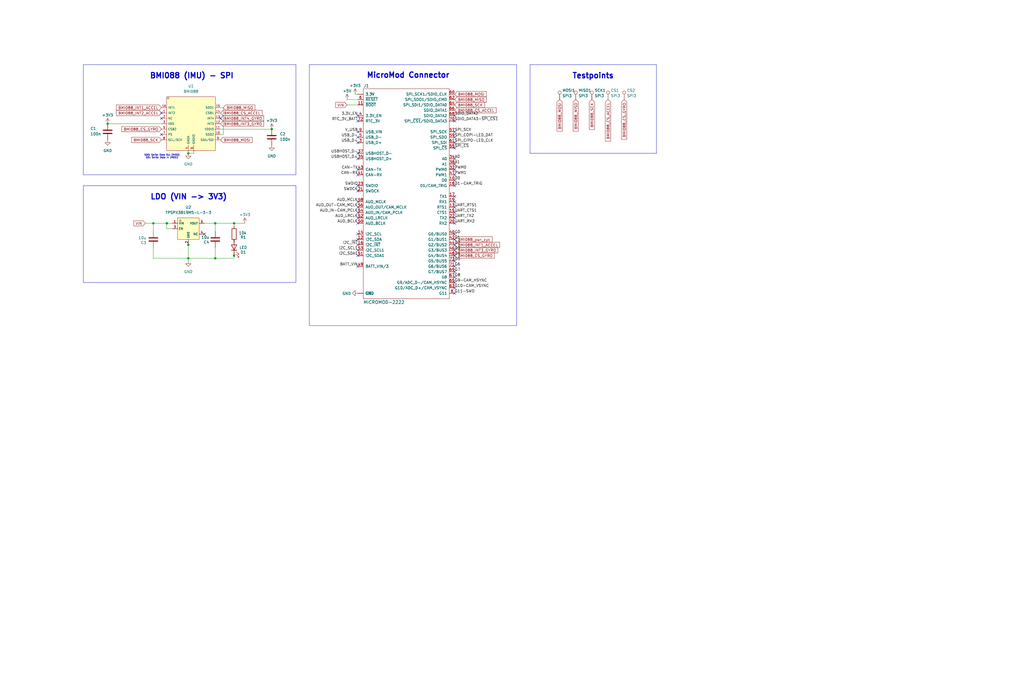
<source format=kicad_sch>
(kicad_sch (version 20250114) (generator "eeschema") (generator_version "9.0")
  (paper "User" 483.387 319.227)
  (lib_symbols
    (symbol "BMI088:BMI088"
      (property "Reference" "U" (at 0 1.27 0))
      (property "Value" "BMI088" (at 0 -2.54 0))
      (symbol "BMI088_0_1"
        (rectangle (start -11.43 12.7) (end 11.43 -12.7) (fill (type background)))
        (circle (center -10.795 12.065) (radius 0.381) (fill (type background)))
        (pin unspecified line (at -13.97 7.62 0) (length 2.54) (name "INT1") (number "16"))
        (pin unspecified line (at -13.97 5.08 0) (length 2.54) (name "INT2") (number "1"))
        (pin unspecified line (at -13.97 2.54 0) (length 2.54) (name "NC") (number "2"))
        (pin unspecified line (at -13.97 0 0) (length 2.54) (name "VDD") (number "3"))
        (pin unspecified line (at -13.97 -2.54 0) (length 2.54) (name "CSB2") (number "5"))
        (pin unspecified line (at -13.97 -5.08 0) (length 2.54) (name "PS") (number "7"))
        (pin unspecified line (at -13.97 -7.62 0) (length 2.54) (name "SCL/SCK") (number "8"))
        (pin unspecified line (at -1.27 -12.7 90) (length 2.54) (name "GNDA") (number "4"))
        (pin unspecified line (at 1.27 -12.7 90) (length 2.54) (name "GNDIO") (number "6"))
        (pin unspecified line (at 13.97 7.62 180) (length 2.54) (name "SDO1") (number "15"))
        (pin unspecified line (at 13.97 5.08 180) (length 2.54) (name "CSB1") (number "14"))
        (pin unspecified line (at 13.97 2.54 180) (length 2.54) (name "INT4") (number "13"))
        (pin unspecified line (at 13.97 0 180) (length 2.54) (name "INT3") (number "12"))
        (pin unspecified line (at 13.97 -2.54 180) (length 2.54) (name "VDDIO") (number "11"))
        (pin unspecified line (at 13.97 -5.08 180) (length 2.54) (name "SDO2") (number "10"))
        (pin unspecified line (at 13.97 -7.62 180) (length 2.54) (name "SDA/SDI") (number "9"))
      )
    )
    (symbol "Connector:TestPoint" (pin_numbers (hide yes)) (pin_names (offset 0.762) (hide yes))
      (property "Reference" "TP" (at 0 6.858 0))
      (property "Value" "TestPoint" (at 0 5.08 0))
      (symbol "TestPoint_0_1"
        (circle (center 0 3.302) (radius 0.762))
      )
      (symbol "TestPoint_1_1"
        (pin passive line (at 0 0 90) (length 2.54) (name "1") (number "1"))
      )
    )
    (symbol "Device:C" (pin_numbers (hide yes)) (pin_names (offset 0.254))
      (property "Reference" "C" (at 0.635 2.54 0))
      (property "Value" "C" (at 0.635 -2.54 0))
      (symbol "C_0_1"
        (polyline (pts (xy -2.032 0.762) (xy 2.032 0.762)) (stroke (width 0.508)))
        (polyline (pts (xy -2.032 -0.762) (xy 2.032 -0.762)) (stroke (width 0.508)))
      )
      (symbol "C_1_1"
        (pin passive line (at 0 3.81 270) (length 2.794) (name "~") (number "1"))
        (pin passive line (at 0 -3.81 90) (length 2.794) (name "~") (number "2"))
      )
    )
    (symbol "Device:LED" (pin_numbers (hide yes)) (pin_names (offset 1.016) (hide yes))
      (property "Reference" "D" (at 0 2.54 0))
      (property "Value" "LED" (at 0 -2.54 0))
      (symbol "LED_0_1"
        (polyline (pts (xy -3.048 -0.762) (xy -4.572 -2.286) (xy -3.81 -2.286) (xy -4.572 -2.286) (xy -4.572 -1.524)))
        (polyline (pts (xy -1.778 -0.762) (xy -3.302 -2.286) (xy -2.54 -2.286) (xy -3.302 -2.286) (xy -3.302 -1.524)))
        (polyline (pts (xy -1.27 0) (xy 1.27 0)))
        (polyline (pts (xy -1.27 -1.27) (xy -1.27 1.27)) (stroke (width 0.254)))
        (polyline (pts (xy 1.27 -1.27) (xy 1.27 1.27) (xy -1.27 0) (xy 1.27 -1.27)) (stroke (width 0.254)))
      )
      (symbol "LED_1_1"
        (pin passive line (at -3.81 0 0) (length 2.54) (name "K") (number "1"))
        (pin passive line (at 3.81 0 180) (length 2.54) (name "A") (number "2"))
      )
    )
    (symbol "Device:R" (pin_numbers (hide yes)) (pin_names (offset 0))
      (property "Reference" "R" (at 2.032 0 90))
      (property "Value" "R" (at 0 0 90))
      (symbol "R_0_1"
        (rectangle (start -1.016 -2.54) (end 1.016 2.54) (stroke (width 0.254)))
      )
      (symbol "R_1_1"
        (pin passive line (at 0 3.81 270) (length 1.27) (name "~") (number "1"))
        (pin passive line (at 0 -3.81 90) (length 1.27) (name "~") (number "2"))
      )
    )
    (symbol "MicroMod_Processor_Board_(2):MICROMOD-2222" (pin_names (offset 1.016))
      (property "Reference" "J" (at -20.32 53.848 0))
      (property "Value" "MICROMOD-2222" (at -20.32 -48.26 0))
      (symbol "MICROMOD-2222_1_0"
        (polyline (pts (xy -20.32 53.34) (xy 20.32 53.34)))
        (polyline (pts (xy -20.32 -45.72) (xy -20.32 53.34)))
        (polyline (pts (xy 20.32 53.34) (xy 20.32 -45.72)))
        (polyline (pts (xy 20.32 -45.72) (xy -20.32 -45.72)))
        (pin bidirectional line (at -22.86 50.8 0) (length 2.54) (name "3.3V") (number "2"))
        (pin bidirectional line (at -22.86 50.8 0) (length 2.54) (name "3.3V") (number "74"))
        (pin bidirectional line (at -22.86 48.26 0) (length 2.54) (name "~{RESET}") (number "6"))
        (pin bidirectional line (at -22.86 45.72 0) (length 2.54) (name "~{BOOT}") (number "11"))
        (pin bidirectional line (at -22.86 40.64 0) (length 2.54) (name "3.3V_EN") (number "4"))
        (pin bidirectional line (at -22.86 38.1 0) (length 2.54) (name "RTC_3V") (number "72"))
        (pin bidirectional line (at -22.86 33.02 0) (length 2.54) (name "USB_VIN") (number "9"))
        (pin bidirectional line (at -22.86 30.48 0) (length 2.54) (name "USB_D-") (number "5"))
        (pin bidirectional line (at -22.86 27.94 0) (length 2.54) (name "USB_D+") (number "3"))
        (pin bidirectional line (at -22.86 22.86 0) (length 2.54) (name "USBHOST_D-") (number "37"))
        (pin bidirectional line (at -22.86 20.32 0) (length 2.54) (name "USBHOST_D+") (number "35"))
        (pin bidirectional line (at -22.86 15.24 0) (length 2.54) (name "CAN-TX") (number "43"))
        (pin bidirectional line (at -22.86 12.7 0) (length 2.54) (name "CAN-RX") (number "41"))
        (pin bidirectional line (at -22.86 7.62 0) (length 2.54) (name "SWDIO") (number "23"))
        (pin bidirectional line (at -22.86 5.08 0) (length 2.54) (name "SWDCK") (number "21"))
        (pin bidirectional line (at -22.86 0 0) (length 2.54) (name "AUD_MCLK") (number "58"))
        (pin bidirectional line (at -22.86 -2.54 0) (length 2.54) (name "AUD_OUT/CAM_MCLK") (number "56"))
        (pin bidirectional line (at -22.86 -5.08 0) (length 2.54) (name "AUD_IN/CAM_PCLK") (number "54"))
        (pin bidirectional line (at -22.86 -7.62 0) (length 2.54) (name "AUD_LRCLK") (number "52"))
        (pin bidirectional line (at -22.86 -10.16 0) (length 2.54) (name "AUD_BCLK") (number "50"))
        (pin bidirectional line (at -22.86 -15.24 0) (length 2.54) (name "I2C_SCL") (number "14"))
        (pin bidirectional line (at -22.86 -17.78 0) (length 2.54) (name "I2C_SDA") (number "12"))
        (pin bidirectional line (at -22.86 -20.32 0) (length 2.54) (name "I2C_~{INT}") (number "16"))
        (pin bidirectional line (at -22.86 -22.86 0) (length 2.54) (name "I2C_SCL1") (number "53"))
        (pin bidirectional line (at -22.86 -25.4 0) (length 2.54) (name "I2C_SDA1") (number "51"))
        (pin bidirectional line (at -22.86 -30.48 0) (length 2.54) (name "BATT_VIN/3") (number "49"))
        (pin bidirectional line (at -22.86 -43.18 0) (length 2.54) (name "GND") (number "1"))
        (pin bidirectional line (at -22.86 -43.18 0) (length 2.54) (name "GND") (number "33"))
        (pin bidirectional line (at -22.86 -43.18 0) (length 2.54) (name "GND") (number "36"))
        (pin bidirectional line (at -22.86 -43.18 0) (length 2.54) (name "GND") (number "39"))
        (pin bidirectional line (at -22.86 -43.18 0) (length 2.54) (name "GND") (number "45"))
        (pin bidirectional line (at -22.86 -43.18 0) (length 2.54) (name "GND") (number "7"))
        (pin bidirectional line (at -22.86 -43.18 0) (length 2.54) (name "GND") (number "75"))
        (pin bidirectional line (at -22.86 -43.18 0) (length 2.54) (name "GND") (number "GND1"))
        (pin bidirectional line (at -22.86 -43.18 0) (length 2.54) (name "GND") (number "GND2"))
        (pin bidirectional line (at -22.86 -43.18 0) (length 2.54) (name "GND") (number "GND3"))
        (pin bidirectional line (at 22.86 50.8 180) (length 2.54) (name "SPI_SCK1/SDIO_CLK") (number "60"))
        (pin bidirectional line (at 22.86 48.26 180) (length 2.54) (name "SPI_SDO1/SDIO_CMD") (number "62"))
        (pin bidirectional line (at 22.86 45.72 180) (length 2.54) (name "SPI_SDI1/SDIO_DATA0") (number "64"))
        (pin bidirectional line (at 22.86 43.18 180) (length 2.54) (name "SDIO_DATA1") (number "66"))
        (pin bidirectional line (at 22.86 40.64 180) (length 2.54) (name "SDIO_DATA2") (number "68"))
        (pin bidirectional line (at 22.86 38.1 180) (length 2.54) (name "SPI_~{CS1}/SDIO_DATA3") (number "70"))
        (pin bidirectional line (at 22.86 33.02 180) (length 2.54) (name "SPI_SCK") (number "57"))
        (pin bidirectional line (at 22.86 30.48 180) (length 2.54) (name "SPI_SDO") (number "59"))
        (pin bidirectional line (at 22.86 27.94 180) (length 2.54) (name "SPI_SDI") (number "61"))
        (pin bidirectional line (at 22.86 25.4 180) (length 2.54) (name "SPI_~{CS}") (number "55"))
        (pin bidirectional line (at 22.86 20.32 180) (length 2.54) (name "A0") (number "34"))
        (pin bidirectional line (at 22.86 17.78 180) (length 2.54) (name "A1") (number "38"))
        (pin bidirectional line (at 22.86 15.24 180) (length 2.54) (name "PWM0") (number "32"))
        (pin bidirectional line (at 22.86 12.7 180) (length 2.54) (name "PWM1") (number "47"))
        (pin bidirectional line (at 22.86 10.16 180) (length 2.54) (name "D0") (number "10"))
        (pin bidirectional line (at 22.86 7.62 180) (length 2.54) (name "D1/CAM_TRIG") (number "18"))
        (pin bidirectional line (at 22.86 2.54 180) (length 2.54) (name "TX1") (number "17"))
        (pin bidirectional line (at 22.86 0 180) (length 2.54) (name "RX1") (number "19"))
        (pin bidirectional line (at 22.86 -2.54 180) (length 2.54) (name "RTS1") (number "13"))
        (pin bidirectional line (at 22.86 -5.08 180) (length 2.54) (name "CTS1") (number "15"))
        (pin bidirectional line (at 22.86 -7.62 180) (length 2.54) (name "TX2") (number "22"))
        (pin bidirectional line (at 22.86 -10.16 180) (length 2.54) (name "RX2") (number "20"))
        (pin bidirectional line (at 22.86 -15.24 180) (length 2.54) (name "G0/BUS0") (number "40"))
        (pin bidirectional line (at 22.86 -17.78 180) (length 2.54) (name "G1/BUS1") (number "42"))
        (pin bidirectional line (at 22.86 -20.32 180) (length 2.54) (name "G2/BUS2") (number "44"))
        (pin bidirectional line (at 22.86 -22.86 180) (length 2.54) (name "G3/BUS3") (number "46"))
        (pin bidirectional line (at 22.86 -25.4 180) (length 2.54) (name "G4/BUS4") (number "48"))
        (pin bidirectional line (at 22.86 -27.94 180) (length 2.54) (name "G5/BUS5") (number "73"))
        (pin bidirectional line (at 22.86 -30.48 180) (length 2.54) (name "G6/BUS6") (number "71"))
        (pin bidirectional line (at 22.86 -33.02 180) (length 2.54) (name "G7/BUS7") (number "69"))
        (pin bidirectional line (at 22.86 -35.56 180) (length 2.54) (name "G8") (number "67"))
        (pin bidirectional line (at 22.86 -38.1 180) (length 2.54) (name "G9/ADC_D-/CAM_HSYNC") (number "65"))
        (pin bidirectional line (at 22.86 -40.64 180) (length 2.54) (name "G10/ADC_D+/CAM_VSYNC") (number "63"))
        (pin bidirectional line (at 22.86 -43.18 180) (length 2.54) (name "G11") (number "8"))
      )
    )
    (symbol "TPSPX3819M5-L-3-3_1"
      (property "Reference" "U" (at 2.54 1.27 0))
      (property "Value" "TPSPX3819M5-L-3-3" (at 2.54 -2.54 0))
      (symbol "TPSPX3819M5-L-3-3_1_0_1"
        (rectangle (start -5.08 5.08) (end 5.08 -5.08) (fill (type background)))
        (circle (center -3.81 3.81) (radius 0.381) (fill (type background)))
        (pin unspecified line (at -7.62 2.54 0) (length 2.54) (name "VIN") (number "1"))
        (pin unspecified line (at -7.62 0 0) (length 2.54) (name "EN") (number "3"))
        (pin unspecified line (at 0 -7.62 90) (length 2.54) (name "GND") (number "2"))
        (pin unspecified line (at 7.62 2.54 180) (length 2.54) (name "VOUT") (number "5"))
        (pin unspecified line (at 7.62 -2.54 180) (length 2.54) (name "NC") (number "4"))
      )
    )
    (symbol "power:+3V3" (power) (pin_numbers (hide yes)) (pin_names (offset 0) (hide yes))
      (property "Value" "+3V3" (at 0 3.556 0))
      (symbol "+3V3_0_1"
        (polyline (pts (xy -0.762 1.27) (xy 0 2.54)))
        (polyline (pts (xy 0 2.54) (xy 0.762 1.27)))
        (polyline (pts (xy 0 0) (xy 0 2.54)))
      )
      (symbol "+3V3_1_1"
        (pin power_in line (at 0 0 90) (length 0) (name "~") (number "1"))
      )
    )
    (symbol "power:GND" (power) (pin_numbers (hide yes)) (pin_names (offset 0) (hide yes))
      (property "Value" "GND" (at 0 -3.81 0))
      (symbol "GND_0_1"
        (polyline (pts (xy 0 0) (xy 0 -1.27) (xy 1.27 -1.27) (xy 0 -2.54) (xy -1.27 -1.27) (xy 0 -1.27)))
      )
      (symbol "GND_1_1"
        (pin power_in line (at 0 0 270) (length 0) (name "~") (number "1"))
      )
    )
  )
  (rectangle (start 146.05 30.48) (end 243.84 153.67))
  (rectangle (start 39.37 87.63) (end 139.7 133.35))
  (rectangle (start 39.37 30.48) (end 139.7 82.55))
  (rectangle (start 250.19 30.48) (end 309.88 72.39))
  (text "Testpoints" (at 270.002 37.338 0) (effects (font (size 2.54 2.54) (thickness 0.508) (bold yes)) (justify left bottom)))
  (text "BMI088 (IMU) - SPI" (at 70.612 37.338 0) (effects (font (size 2.54 2.54) (thickness 0.508) (bold yes)) (justify left bottom)))
  (text "SDO: Serial Data Out (MISO)\nSDI: Serial Data In (MOSI)" (at 76.454 73.914 0) (effects (font (size 0.762 0.762))))
  (text "MicroMod Connector" (at 172.974 37.084 0) (effects (font (size 2.54 2.54) (thickness 0.508) (bold yes)) (justify left bottom)))
  (text "LDO (VIN -> 3V3)" (at 70.866 94.488 0) (effects (font (size 2.54 2.54) (thickness 0.508) (bold yes)) (justify left bottom)))
  (junction (at 50.8 58.42))
  (junction (at 128.27 60.96))
  (junction (at 110.49 120.65))
  (junction (at 110.49 105.41))
  (junction (at 101.6 105.41))
  (junction (at 88.9 121.92))
  (junction (at 88.9 72.39))
  (junction (at 88.9 115.57))
  (junction (at 78.74 105.41))
  (junction (at 72.39 105.41))
  (junction (at 101.6 121.92))
  (no_connect (at 214.63 135.89))
  (no_connect (at 168.91 72.39))
  (no_connect (at 214.63 100.33))
  (no_connect (at 214.63 74.93))
  (no_connect (at 214.63 69.85))
  (no_connect (at 76.2 63.5))
  (no_connect (at 214.63 133.35))
  (no_connect (at 168.91 90.17))
  (no_connect (at 168.91 62.23))
  (no_connect (at 214.63 113.03))
  (no_connect (at 168.91 110.49))
  (no_connect (at 214.63 138.43))
  (no_connect (at 214.63 102.87))
  (no_connect (at 96.52 110.49))
  (no_connect (at 214.63 97.79))
  (no_connect (at 214.63 54.61))
  (no_connect (at 168.91 100.33))
  (no_connect (at 214.63 125.73))
  (no_connect (at 168.91 74.93))
  (no_connect (at 168.91 125.73))
  (no_connect (at 168.91 64.77))
  (no_connect (at 168.91 54.61))
  (no_connect (at 168.91 102.87))
  (no_connect (at 214.63 115.57))
  (no_connect (at 214.63 130.81))
  (no_connect (at 214.63 123.19))
  (no_connect (at 214.63 87.63))
  (no_connect (at 214.63 128.27))
  (no_connect (at 214.63 105.41))
  (no_connect (at 214.63 82.55))
  (no_connect (at 214.63 57.15))
  (no_connect (at 168.91 118.11))
  (no_connect (at 214.63 67.31))
  (no_connect (at 168.91 57.15))
  (no_connect (at 168.91 120.65))
  (no_connect (at 214.63 85.09))
  (no_connect (at 168.91 105.41))
  (no_connect (at 214.63 95.25))
  (no_connect (at 214.63 110.49))
  (no_connect (at 214.63 77.47))
  (no_connect (at 76.2 55.88))
  (no_connect (at 168.91 87.63))
  (no_connect (at 168.91 80.01))
  (no_connect (at 214.63 80.01))
  (no_connect (at 76.2 53.34))
  (no_connect (at 214.63 64.77))
  (no_connect (at 104.14 55.88))
  (no_connect (at 214.63 92.71))
  (no_connect (at 214.63 120.65))
  (no_connect (at 168.91 113.03))
  (no_connect (at 214.63 118.11))
  (no_connect (at 168.91 97.79))
  (no_connect (at 168.91 115.57))
  (no_connect (at 168.91 67.31))
  (no_connect (at 168.91 82.55))
  (no_connect (at 168.91 95.25))
  (no_connect (at 214.63 62.23))
  (wire (pts (xy 105.41 50.8) (xy 104.14 50.8)))
  (wire (pts (xy 110.49 105.41) (xy 101.6 105.41)))
  (wire (pts (xy 91.44 71.12) (xy 91.44 72.39)))
  (wire (pts (xy 72.39 121.92) (xy 88.9 121.92)))
  (wire (pts (xy 105.41 63.5) (xy 105.41 50.8)))
  (wire (pts (xy 167.64 44.45) (xy 168.91 44.45)))
  (wire (pts (xy 72.39 105.41) (xy 78.74 105.41)))
  (wire (pts (xy 105.41 63.5) (xy 104.14 63.5)))
  (wire (pts (xy 101.6 121.92) (xy 88.9 121.92)))
  (wire (pts (xy 110.49 106.68) (xy 110.49 105.41)))
  (wire (pts (xy 72.39 109.22) (xy 72.39 105.41)))
  (wire (pts (xy 101.6 116.84) (xy 101.6 121.92)))
  (wire (pts (xy 88.9 115.57) (xy 88.9 121.92)))
  (wire (pts (xy 163.83 46.99) (xy 168.91 46.99)))
  (wire (pts (xy 88.9 114.3) (xy 88.9 115.57)))
  (wire (pts (xy 110.49 119.38) (xy 110.49 120.65)))
  (wire (pts (xy 78.74 107.95) (xy 78.74 105.41)))
  (wire (pts (xy 101.6 109.22) (xy 101.6 105.41)))
  (wire (pts (xy 104.14 60.96) (xy 128.27 60.96)))
  (wire (pts (xy 110.49 120.65) (xy 110.49 121.92)))
  (wire (pts (xy 163.83 49.53) (xy 168.91 49.53)))
  (wire (pts (xy 110.49 121.92) (xy 101.6 121.92)))
  (wire (pts (xy 81.28 107.95) (xy 78.74 107.95)))
  (wire (pts (xy 78.74 105.41) (xy 81.28 105.41)))
  (wire (pts (xy 88.9 123.19) (xy 88.9 121.92)))
  (wire (pts (xy 88.9 72.39) (xy 88.9 71.12)))
  (wire (pts (xy 110.49 113.03) (xy 110.49 114.3)))
  (wire (pts (xy 68.58 105.41) (xy 72.39 105.41)))
  (wire (pts (xy 91.44 72.39) (xy 88.9 72.39)))
  (wire (pts (xy 101.6 105.41) (xy 96.52 105.41)))
  (wire (pts (xy 72.39 116.84) (xy 72.39 121.92)))
  (wire (pts (xy 110.49 105.41) (xy 115.57 105.41)))
  (wire (pts (xy 50.8 58.42) (xy 76.2 58.42)))
  (label "SDIO_DATA2" (at 214.63 54.61 0))
  (label "I2C_SCL1" (at 168.91 118.11 180))
  (label "G11-SWO" (at 214.63 138.43 0))
  (label "SPI_COPI-LED_DAT" (at 214.63 64.77 0))
  (label "V_USB" (at 168.91 62.23 180))
  (label "G4" (at 214.63 120.65 0))
  (label "AUD_OUT-CAM_MCLK" (at 168.91 97.79 180))
  (label "UART_CTS1" (at 214.63 100.33 0))
  (label "G9-CAM_HSYNC" (at 214.63 133.35 0))
  (label "SPI_SCK" (at 214.63 62.23 0))
  (label "G5" (at 214.63 123.19 0))
  (label "G6" (at 214.63 125.73 0))
  (label "AUD_BCLK" (at 168.91 105.41 180))
  (label "D0" (at 214.63 85.09 0))
  (label "D1-CAM_TRIG" (at 214.63 87.63 0))
  (label "G1" (at 214.63 113.03 0))
  (label "3.3V_EN" (at 168.91 54.61 180))
  (label "SWDIO" (at 168.91 87.63 180))
  (label "~{SPI_CS}" (at 214.63 69.85 0))
  (label "CAN-RX" (at 168.91 82.55 180))
  (label "RTC_3V_BATT" (at 168.91 57.15 180))
  (label "G2" (at 214.63 115.57 0))
  (label "G8" (at 214.63 130.81 0))
  (label "SDIO_DATA3-~{SPI_CS1}" (at 214.63 57.15 0))
  (label "AUD_LRCLK" (at 168.91 102.87 180))
  (label "USB_D-" (at 168.91 64.77 180))
  (label "USBHOST_D-" (at 168.91 72.39 180))
  (label "G3" (at 214.63 118.11 0))
  (label "G7" (at 214.63 128.27 0))
  (label "I2C_SDA1" (at 168.91 120.65 180))
  (label "PWM0" (at 214.63 80.01 0))
  (label "AUD_MCLK" (at 168.91 95.25 180))
  (label "UART_RTS1" (at 214.63 97.79 0))
  (label "SWDCK" (at 168.91 90.17 180))
  (label "G10-CAM_VSYNC" (at 214.63 135.89 0))
  (label "I2C_~{INT}" (at 168.91 115.57 180))
  (label "A0" (at 214.63 74.93 0))
  (label "SPI_CIPO-LED_CLK" (at 214.63 67.31 0))
  (label "PWM1" (at 214.63 82.55 0))
  (label "BATT_VIN" (at 168.91 125.73 180))
  (label "USBHOST_D+" (at 168.91 74.93 180))
  (label "USB_D+" (at 168.91 67.31 180))
  (label "A1" (at 214.63 77.47 0))
  (label "CAN-TX" (at 168.91 80.01 180))
  (label "G0" (at 214.63 110.49 0))
  (label "UART_RX2" (at 214.63 105.41 0))
  (label "AUD_IN-CAM_PCLK" (at 168.91 100.33 180))
  (label "UART_TX2" (at 214.63 102.87 0))
  (global_label "BMI088_INT2_ACCEL" (shape input) (at 76.2 53.34 180) (property "Intersheetrefs" "${INTERSHEET_REFS}" (effects (hide yes))))
  (global_label "BMI088_pwr_cyc" (shape input) (at 214.63 113.03 0) (property "Intersheetrefs" "${INTERSHEET_REFS}" (effects (hide yes))))
  (global_label "BMI088_MOSI" (shape input) (at 214.63 44.45 0) (property "Intersheetrefs" "${INTERSHEET_REFS}" (effects (hide yes))))
  (global_label "BMI088_MISO" (shape input) (at 271.78 46.99 270) (property "Intersheetrefs" "${INTERSHEET_REFS}" (effects (hide yes))))
  (global_label "BMI088_SCK" (shape input) (at 279.4 46.99 270) (property "Intersheetrefs" "${INTERSHEET_REFS}" (effects (hide yes))))
  (global_label "BMI088_CS_GYRO" (shape input) (at 214.63 120.65 0) (property "Intersheetrefs" "${INTERSHEET_REFS}" (effects (hide yes))))
  (global_label "VIN" (shape input) (at 68.58 105.41 180) (property "Intersheetrefs" "${INTERSHEET_REFS}" (effects (hide yes))))
  (global_label "BMI088_CS_GYRO" (shape input) (at 76.2 60.96 180) (property "Intersheetrefs" "${INTERSHEET_REFS}" (effects (hide yes))))
  (global_label "BMI088_SCK" (shape input) (at 214.63 49.53 0) (property "Intersheetrefs" "${INTERSHEET_REFS}" (effects (hide yes))))
  (global_label "BMI088_CS_ACCEL" (shape input) (at 287.02 46.99 270) (property "Intersheetrefs" "${INTERSHEET_REFS}" (effects (hide yes))))
  (global_label "BMI088_INT3_GYRO" (shape input) (at 104.14 58.42 0) (property "Intersheetrefs" "${INTERSHEET_REFS}" (effects (hide yes))))
  (global_label "BMI088_MOSI" (shape input) (at 104.14 66.04 0) (property "Intersheetrefs" "${INTERSHEET_REFS}" (effects (hide yes))))
  (global_label "BMI088_CS_ACCEL" (shape input) (at 104.14 53.34 0) (property "Intersheetrefs" "${INTERSHEET_REFS}" (effects (hide yes))))
  (global_label "BMI088_SCK" (shape input) (at 76.2 66.04 180) (property "Intersheetrefs" "${INTERSHEET_REFS}" (effects (hide yes))))
  (global_label "BMI088_MISO" (shape input) (at 105.41 50.8 0) (property "Intersheetrefs" "${INTERSHEET_REFS}" (effects (hide yes))))
  (global_label "BMI088_INT4_GYRO" (shape input) (at 104.14 55.88 0) (property "Intersheetrefs" "${INTERSHEET_REFS}" (effects (hide yes))))
  (global_label "BMI088_INT3_GYRO" (shape input) (at 214.63 118.11 0) (property "Intersheetrefs" "${INTERSHEET_REFS}" (effects (hide yes))))
  (global_label "BMI088_MISO" (shape input) (at 214.63 46.99 0) (property "Intersheetrefs" "${INTERSHEET_REFS}" (effects (hide yes))))
  (global_label "BMI088_INT1_ACCEL" (shape input) (at 214.63 115.57 0) (property "Intersheetrefs" "${INTERSHEET_REFS}" (effects (hide yes))))
  (global_label "VIN" (shape input) (at 163.83 49.53 180) (property "Intersheetrefs" "${INTERSHEET_REFS}" (effects (hide yes))))
  (global_label "BMI088_CS_GYRO" (shape input) (at 294.64 46.99 270) (property "Intersheetrefs" "${INTERSHEET_REFS}" (effects (hide yes))))
  (global_label "BMI088_CS_ACCEL" (shape input) (at 214.63 52.07 0) (property "Intersheetrefs" "${INTERSHEET_REFS}" (effects (hide yes))))
  (global_label "BMI088_MOSI" (shape input) (at 264.16 46.99 270) (property "Intersheetrefs" "${INTERSHEET_REFS}" (effects (hide yes))))
  (global_label "BMI088_INT1_ACCEL" (shape input) (at 76.2 50.8 180) (property "Intersheetrefs" "${INTERSHEET_REFS}" (effects (hide yes))))
  (symbol (lib_id "MicroMod_Processor_Board_(2):MICROMOD-2222") (at 191.77 95.25 0) (unit 1)
    (property "Reference" "J1" (at 171.45 41.402 0) (effects (font (size 1.4986 1.4986)) (justify left bottom)))
    (property "Value" "MICROMOD-2222" (at 171.45 143.51 0) (effects (font (size 1.4986 1.4986)) (justify left bottom)))
    (property "Footprint" "SparkFun_MicroMod_ESP32:M.2-CARD-E-22" (effects (hide yes)))
  )
  (symbol (lib_id "power:GND") (at 168.91 138.43 270) (unit 1)
    (property "Reference" "#PWR0101" (effects (hide yes)))
    (property "Value" "GND" (at 165.6588 138.557 90) (effects (justify right)))
  )
  (symbol (lib_id "power:GND") (at 88.9 72.39 0) (unit 1)
    (property "Reference" "#PWR01" (effects (hide yes)))
    (property "Value" "GND" (at 88.9 77.47 0))
    (property "Description" "Power symbol creates a global label with name \"GND\" , ground" (effects (hide yes)))
  )
  (symbol (lib_id "Device:C") (at 101.6 113.03 0) (unit 1)
    (property "Reference" "C4" (at 98.806 114.3 0) (effects (justify right)))
    (property "Value" "10u" (at 98.806 112.014 0) (effects (justify right)))
    (property "Footprint" "Capacitor_SMD:C_1206_3216Metric" (effects (hide yes)))
    (property "Description" "Unpolarized capacitor" (effects (hide yes)))
  )
  (symbol (lib_id "Device:R") (at 110.49 110.49 0) (unit 1)
    (property "Reference" "R1" (at 114.808 112.014 0))
    (property "Value" "10k" (at 114.554 109.982 0))
    (property "Footprint" "Resistor_SMD:R_0603_1608Metric" (effects (hide yes)))
    (property "Description" "Resistor" (effects (hide yes)))
  )
  (symbol (lib_id "power:+3V3") (at 115.57 105.41 0) (mirror y) (unit 1)
    (property "Reference" "#PWR047" (effects (hide yes)))
    (property "Value" "+3V3" (at 115.57 101.346 0))
    (property "Description" "Power symbol creates a global label with name \"+3V3\"" (effects (hide yes)))
  )
  (symbol (lib_id "Connector:TestPoint") (at 279.4 46.99 0) (unit 1)
    (property "Reference" "SCK1" (at 280.67 42.672 0) (effects (justify left)))
    (property "Value" "SPI3" (at 280.67 45.212 0) (effects (justify left)))
    (property "Footprint" "TestPoint:TestPoint_Pad_D1.0mm" (effects (hide yes)))
    (property "Description" "test point" (effects (hide yes)))
  )
  (symbol (lib_id "power:+3V3") (at 50.8 58.42 0) (mirror y) (unit 1)
    (property "Reference" "#PWR048" (effects (hide yes)))
    (property "Value" "+3V3" (at 50.8 54.356 0))
    (property "Description" "Power symbol creates a global label with name \"+3V3\"" (effects (hide yes)))
  )
  (symbol (lib_id "Connector:TestPoint") (at 264.16 46.99 0) (unit 1)
    (property "Reference" "MOSI1" (at 265.43 42.672 0) (effects (justify left)))
    (property "Value" "SPI3" (at 265.43 45.212 0) (effects (justify left)))
    (property "Footprint" "TestPoint:TestPoint_Pad_D1.0mm" (effects (hide yes)))
    (property "Description" "test point" (effects (hide yes)))
  )
  (symbol (lib_id "BMI088:BMI088") (at 90.17 58.42 0) (unit 1)
    (property "Reference" "U1" (at 90.17 40.64 0))
    (property "Value" "BMI088" (at 90.17 43.18 0))
    (property "Footprint" "BMI088:LGA-16_L4.5-W3.0-P0.50-BL" (effects (hide yes)))
    (property "Datasheet" "https://item.szlcsc.com/202245.html" (effects (hide yes)))
    (property "LCSC" "C194919" (effects (hide yes)))
  )
  (symbol (lib_id "power:GND") (at 88.9 123.19 0) (unit 1)
    (property "Reference" "#PWR04" (effects (hide yes)))
    (property "Value" "GND" (at 88.9 128.27 0))
    (property "Description" "Power symbol creates a global label with name \"GND\" , ground" (effects (hide yes)))
  )
  (symbol (lib_id "Device:C") (at 50.8 62.23 0) (unit 1)
    (property "Reference" "C1" (at 42.672 60.706 0) (effects (justify left)))
    (property "Value" "100n" (at 42.672 63.246 0) (effects (justify left)))
    (property "Footprint" "Capacitor_SMD:C_0402_1005Metric" (effects (hide yes)))
    (property "Description" "Unpolarized capacitor" (effects (hide yes)))
  )
  (symbol (lib_id "power:+3V3") (at 163.83 46.99 0) (mirror y) (unit 1)
    (property "Reference" "#PWR061" (effects (hide yes)))
    (property "Value" "+5V" (at 163.83 42.926 0))
    (property "Description" "Power symbol creates a global label with name \"+3V3\"" (effects (hide yes)))
  )
  (symbol (lib_id "power:GND") (at 128.27 68.58 0) (unit 1)
    (property "Reference" "#PWR03" (effects (hide yes)))
    (property "Value" "GND" (at 128.27 73.66 0))
    (property "Description" "Power symbol creates a global label with name \"GND\" , ground" (effects (hide yes)))
  )
  (symbol (lib_id "Connector:TestPoint") (at 287.02 46.99 0) (unit 1)
    (property "Reference" "CS1" (at 288.29 42.672 0) (effects (justify left)))
    (property "Value" "SPI3" (at 288.29 45.212 0) (effects (justify left)))
    (property "Footprint" "TestPoint:TestPoint_Pad_D1.0mm" (effects (hide yes)))
    (property "Description" "test point" (effects (hide yes)))
  )
  (symbol (lib_id "power:+3V3") (at 128.27 60.96 0) (mirror y) (unit 1)
    (property "Reference" "#PWR049" (effects (hide yes)))
    (property "Value" "+3V3" (at 128.27 56.896 0))
    (property "Description" "Power symbol creates a global label with name \"+3V3\"" (effects (hide yes)))
  )
  (symbol (lib_id "Connector:TestPoint") (at 271.78 46.99 0) (unit 1)
    (property "Reference" "MISO1" (at 273.05 42.672 0) (effects (justify left)))
    (property "Value" "SPI3" (at 273.05 45.212 0) (effects (justify left)))
    (property "Footprint" "TestPoint:TestPoint_Pad_D1.0mm" (effects (hide yes)))
    (property "Description" "test point" (effects (hide yes)))
  )
  (symbol (lib_id "Device:C") (at 128.27 64.77 0) (unit 1)
    (property "Reference" "C2" (at 132.08 63.246 0) (effects (justify left)))
    (property "Value" "100n" (at 132.08 65.786 0) (effects (justify left)))
    (property "Footprint" "Capacitor_SMD:C_0402_1005Metric" (effects (hide yes)))
    (property "Description" "Unpolarized capacitor" (effects (hide yes)))
  )
  (symbol (lib_name "TPSPX3819M5-L-3-3_1") (lib_id "TPSPX3819M5-L-3-3:TPSPX3819M5-L-3-3") (at 88.9 107.95 0) (unit 1)
    (property "Reference" "U2" (at 88.9 97.79 0))
    (property "Value" "TPSPX3819M5-L-3-3" (at 88.9 100.33 0))
    (property "Footprint" "TPSPX3819M5-L-3-3:SOT-23-5_L3.0-W1.6-P0.95-LS2.8-BR" (effects (hide yes)))
    (property "Datasheet" "https://atta.szlcsc.com/upload/public/pdf/source/20210423/C2682596_80E51577C889FCE8639E82E3A6FE92E9.pdf" (effects (hide yes)))
    (property "LCSC" "C5370980" (effects (hide yes)))
  )
  (symbol (lib_id "power:GND") (at 50.8 66.04 0) (unit 1)
    (property "Reference" "#PWR02" (effects (hide yes)))
    (property "Value" "GND" (at 50.8 71.12 0))
    (property "Description" "Power symbol creates a global label with name \"GND\" , ground" (effects (hide yes)))
  )
  (symbol (lib_id "Device:LED") (at 110.49 116.84 90) (unit 1)
    (property "Reference" "D1" (at 114.808 119.0625 90))
    (property "Value" "LED" (at 114.808 116.84 90))
    (property "Footprint" "LED_SMD:LED_0603_1608Metric" (effects (hide yes)))
    (property "Description" "Light emitting diode" (effects (hide yes)))
    (property "Sim.Pins" "1=K 2=A" (effects (hide yes)))
  )
  (symbol (lib_id "Connector:TestPoint") (at 294.64 46.99 0) (unit 1)
    (property "Reference" "CS2" (at 295.91 42.672 0) (effects (justify left)))
    (property "Value" "SPI3" (at 295.91 45.212 0) (effects (justify left)))
    (property "Footprint" "TestPoint:TestPoint_Pad_D1.0mm" (effects (hide yes)))
    (property "Description" "test point" (effects (hide yes)))
  )
  (symbol (lib_id "Device:C") (at 72.39 113.03 0) (unit 1)
    (property "Reference" "C3" (at 69.088 114.554 0) (effects (justify right)))
    (property "Value" "10u" (at 69.088 112.268 0) (effects (justify right)))
    (property "Footprint" "Capacitor_SMD:C_1206_3216Metric" (effects (hide yes)))
    (property "Description" "Unpolarized capacitor" (effects (hide yes)))
  )
  (symbol (lib_id "power:+3V3") (at 167.64 44.45 0) (mirror y) (unit 1)
    (property "Reference" "#PWR046" (effects (hide yes)))
    (property "Value" "+3V3" (at 167.64 40.386 0))
    (property "Description" "Power symbol creates a global label with name \"+3V3\"" (effects (hide yes)))
  )
)
</source>
